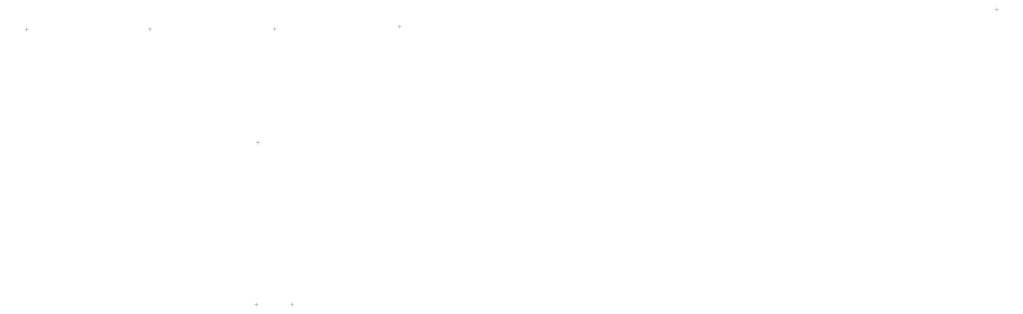
<source format=gbr>
%TF.GenerationSoftware,Altium Limited,Altium Designer,24.3.1 (35)*%
G04 Layer_Color=32768*
%FSLAX45Y45*%
%MOMM*%
%TF.SameCoordinates,844131A9-2E1B-4A61-BE1F-69DE975881E6*%
%TF.FilePolarity,Positive*%
%TF.FileFunction,Other,Bottom_Component_Center*%
%TF.Part,Single*%
G01*
G75*
%TA.AperFunction,NonConductor*%
%ADD96C,0.10000*%
D96*
X7156265Y6858000D02*
X7256265D01*
X7206265Y6808000D02*
Y6908000D01*
X8089900Y2592700D02*
Y2692700D01*
X8039900Y2642700D02*
X8139900D01*
X7112800Y2641600D02*
X7212800D01*
X7162800Y2591600D02*
Y2691600D01*
X26416000Y10275100D02*
Y10375100D01*
X26366000Y10325100D02*
X26466000D01*
X7632700Y9767100D02*
Y9867100D01*
X7582700Y9817100D02*
X7682700D01*
X4344200D02*
X4444200D01*
X4394200Y9767100D02*
Y9867100D01*
X1137450Y9810750D02*
X1237450D01*
X1187450Y9760750D02*
Y9860750D01*
X10833900Y9880600D02*
X10933900D01*
X10883900Y9830600D02*
Y9930600D01*
%TF.MD5,5567af1452a6c1941976261dcd2d2465*%
M02*

</source>
